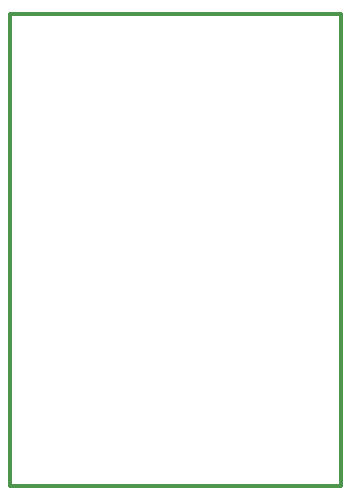
<source format=gko>
G04*
G04 #@! TF.GenerationSoftware,Altium Limited,Altium Designer,21.2.2 (38)*
G04*
G04 Layer_Color=16711935*
%FSLAX25Y25*%
%MOIN*%
G70*
G04*
G04 #@! TF.SameCoordinates,0000E620-6A5C-4488-86E2-F855693774CC*
G04*
G04*
G04 #@! TF.FilePolarity,Positive*
G04*
G01*
G75*
%ADD81C,0.01181*%
D81*
X-55118Y-19685D02*
Y137795D01*
Y-19685D02*
X55118D01*
Y137795D01*
X-55118D02*
X55118D01*
M02*

</source>
